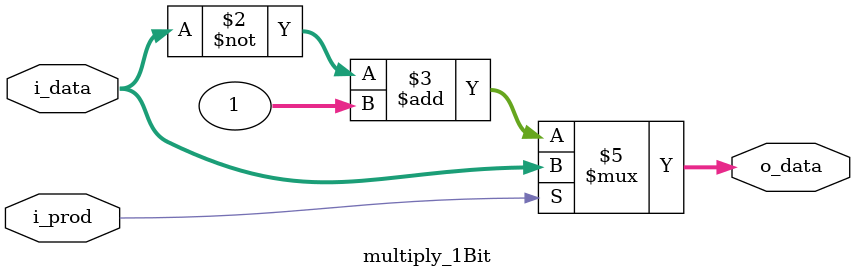
<source format=sv>
`timescale 1ns / 1ps

// i_prod = 1 -> * 1
// i_prod = 0 -> * -1
module multiply_1Bit #(BitSize = 32)
    (
    input signed [BitSize-1:0] i_data,
    input i_prod,
    output logic [BitSize-1:0] o_data
    );
    
    always_comb begin
        if (i_prod) begin
            o_data = i_data;
        end 
        else begin
            o_data = ~i_data + 1;
        end
    end
endmodule

</source>
